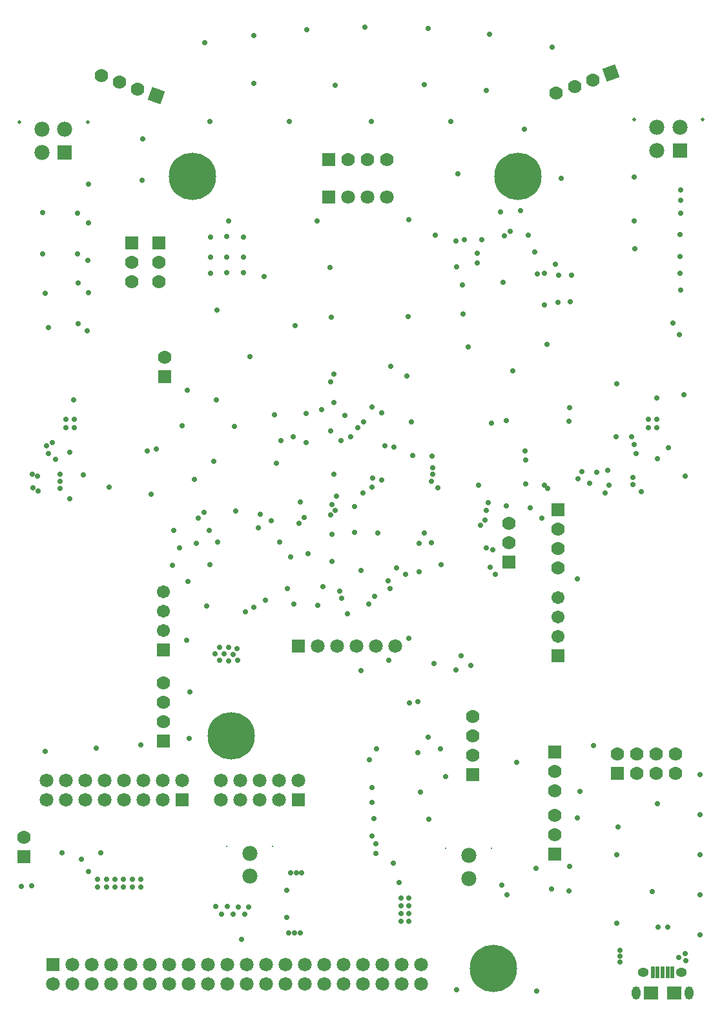
<source format=gbs>
G04*
G04 #@! TF.GenerationSoftware,Altium Limited,Altium Designer,20.1.12 (249)*
G04*
G04 Layer_Color=16711935*
%FSLAX25Y25*%
%MOIN*%
G70*
G04*
G04 #@! TF.SameCoordinates,8DF9F49D-D30B-48C0-AB84-75DE52E997E5*
G04*
G04*
G04 #@! TF.FilePolarity,Negative*
G04*
G01*
G75*
%ADD97R,0.06706X0.06706*%
%ADD98C,0.06706*%
%ADD99R,0.07000X0.07000*%
%ADD100C,0.07000*%
%ADD101O,0.04343X0.06902*%
%ADD102O,0.05721X0.04540*%
%ADD103C,0.00800*%
%ADD104C,0.07800*%
%ADD105R,0.07000X0.07000*%
%ADD106C,0.01968*%
%ADD107R,0.07800X0.07800*%
%ADD108C,0.24422*%
%ADD109C,0.07099*%
%ADD110R,0.07099X0.07099*%
%ADD111P,0.09900X4X245.0*%
%ADD112P,0.09900X4X205.0*%
G04:AMPARAMS|DCode=113|XSize=70.94mil|YSize=70.94mil|CornerRadius=35.47mil|HoleSize=0mil|Usage=FLASHONLY|Rotation=90.000|XOffset=0mil|YOffset=0mil|HoleType=Round|Shape=RoundedRectangle|*
%AMROUNDEDRECTD113*
21,1,0.07094,0.00000,0,0,90.0*
21,1,0.00000,0.07094,0,0,90.0*
1,1,0.07094,0.00000,0.00000*
1,1,0.07094,0.00000,0.00000*
1,1,0.07094,0.00000,0.00000*
1,1,0.07094,0.00000,0.00000*
%
%ADD113ROUNDEDRECTD113*%
%ADD114R,0.07094X0.07094*%
%ADD115C,0.02800*%
%ADD116C,0.02769*%
%ADD143R,0.07493X0.06706*%
%ADD144R,0.02375X0.06115*%
D97*
X124500Y186000D02*
D03*
X328000Y183000D02*
D03*
D98*
X124500Y196000D02*
D03*
Y206000D02*
D03*
Y216000D02*
D03*
X328000Y213000D02*
D03*
Y203000D02*
D03*
Y193000D02*
D03*
D99*
X302800Y231400D02*
D03*
X283900Y121700D02*
D03*
X108000Y396000D02*
D03*
X122000D02*
D03*
X125000Y327000D02*
D03*
X52500Y79400D02*
D03*
X326300Y133200D02*
D03*
Y80500D02*
D03*
X328100Y258200D02*
D03*
X124500Y139000D02*
D03*
D100*
X302800Y241400D02*
D03*
Y251400D02*
D03*
X219600Y438900D02*
D03*
X229600D02*
D03*
X239600D02*
D03*
X283900Y131700D02*
D03*
Y141700D02*
D03*
Y151700D02*
D03*
X108000Y376000D02*
D03*
Y386000D02*
D03*
X122000Y376000D02*
D03*
Y386000D02*
D03*
X388600Y132200D02*
D03*
Y122200D02*
D03*
X378600Y132200D02*
D03*
Y122200D02*
D03*
X368600Y132200D02*
D03*
Y122200D02*
D03*
X358600Y132200D02*
D03*
X125000Y337000D02*
D03*
X52500Y89400D02*
D03*
X326300Y123200D02*
D03*
Y113200D02*
D03*
Y90500D02*
D03*
Y100500D02*
D03*
X328100Y248200D02*
D03*
Y238200D02*
D03*
Y228200D02*
D03*
X345942Y480107D02*
D03*
X336545Y476686D02*
D03*
X327148Y473266D02*
D03*
X111181Y475386D02*
D03*
X101784Y478807D02*
D03*
X92387Y482227D02*
D03*
X124500Y169000D02*
D03*
Y159000D02*
D03*
Y149000D02*
D03*
D101*
X368220Y9000D02*
D03*
X395779D02*
D03*
D102*
X372158Y19630D02*
D03*
X391843D02*
D03*
D103*
X180811Y84700D02*
D03*
X157189D02*
D03*
X293811Y83511D02*
D03*
X270189D02*
D03*
D104*
X169000Y69189D02*
D03*
Y81000D02*
D03*
X282000Y68000D02*
D03*
Y79811D02*
D03*
X391000Y455611D02*
D03*
X379189Y443800D02*
D03*
Y455611D02*
D03*
X73511Y454511D02*
D03*
X61700Y442700D02*
D03*
Y454511D02*
D03*
D105*
X209600Y438900D02*
D03*
X358600Y122200D02*
D03*
D106*
X367378Y459548D02*
D03*
X402811D02*
D03*
X49889Y458448D02*
D03*
X85322D02*
D03*
D107*
X391000Y443800D02*
D03*
X73511Y442700D02*
D03*
D108*
X294700Y21500D02*
D03*
X159300Y141600D02*
D03*
X307500Y430200D02*
D03*
X139200D02*
D03*
D109*
X239800Y419700D02*
D03*
X229800D02*
D03*
X219800D02*
D03*
D110*
X209800D02*
D03*
D111*
X355339Y483527D02*
D03*
D112*
X120578Y471966D02*
D03*
D113*
X153950Y118610D02*
D03*
Y108610D02*
D03*
X163950Y118610D02*
D03*
Y108610D02*
D03*
X173950Y118610D02*
D03*
Y108610D02*
D03*
X183950Y118610D02*
D03*
Y108610D02*
D03*
X193950Y118610D02*
D03*
X257300Y13800D02*
D03*
Y23800D02*
D03*
X247300Y13800D02*
D03*
Y23800D02*
D03*
X237300Y13800D02*
D03*
Y23800D02*
D03*
X227300Y13800D02*
D03*
Y23800D02*
D03*
X217300Y13800D02*
D03*
Y23800D02*
D03*
X207300Y13800D02*
D03*
Y23800D02*
D03*
X197300Y13800D02*
D03*
Y23800D02*
D03*
X187300Y13800D02*
D03*
Y23800D02*
D03*
X177300Y13800D02*
D03*
Y23800D02*
D03*
X167300Y13800D02*
D03*
Y23800D02*
D03*
X157300Y13800D02*
D03*
Y23800D02*
D03*
X147300Y13800D02*
D03*
Y23800D02*
D03*
X137300Y13800D02*
D03*
Y23800D02*
D03*
X127300Y13800D02*
D03*
Y23800D02*
D03*
X117300Y13800D02*
D03*
Y23800D02*
D03*
X107300Y13800D02*
D03*
Y23800D02*
D03*
X97300Y13800D02*
D03*
Y23800D02*
D03*
X87300Y13800D02*
D03*
Y23800D02*
D03*
X77300Y13800D02*
D03*
Y23800D02*
D03*
X67300Y13800D02*
D03*
X243950Y187900D02*
D03*
X233950D02*
D03*
X223950D02*
D03*
X213950D02*
D03*
X203950D02*
D03*
X63950Y118610D02*
D03*
Y108610D02*
D03*
X73950Y118610D02*
D03*
Y108610D02*
D03*
X83950Y118610D02*
D03*
Y108610D02*
D03*
X93950Y118610D02*
D03*
Y108610D02*
D03*
X103950Y118610D02*
D03*
Y108610D02*
D03*
X113950Y118610D02*
D03*
Y108610D02*
D03*
X123950Y118610D02*
D03*
Y108610D02*
D03*
X133950Y118610D02*
D03*
D114*
X193950Y108610D02*
D03*
X67300Y23800D02*
D03*
X193950Y187900D02*
D03*
X133950Y108610D02*
D03*
D115*
X134100Y301700D02*
D03*
X393100Y317800D02*
D03*
X358200Y323400D02*
D03*
X344300Y272000D02*
D03*
X287100Y270900D02*
D03*
X313600Y259400D02*
D03*
X301500Y260300D02*
D03*
X188300Y217600D02*
D03*
X199025Y235637D02*
D03*
X257157Y112797D02*
D03*
X145200Y257100D02*
D03*
X215200Y216200D02*
D03*
X206700Y218700D02*
D03*
X312700Y400000D02*
D03*
X288700Y397800D02*
D03*
X303500Y402100D02*
D03*
X298500Y412000D02*
D03*
X300300Y399600D02*
D03*
X176200Y378600D02*
D03*
X197900Y293000D02*
D03*
X198000Y308000D02*
D03*
X191300Y296000D02*
D03*
X192500Y353400D02*
D03*
X165700Y399100D02*
D03*
X148700Y398900D02*
D03*
X206000Y310000D02*
D03*
X210708Y324292D02*
D03*
X165800Y380500D02*
D03*
X168900Y337400D02*
D03*
X165800Y388700D02*
D03*
X157100D02*
D03*
X148600Y388800D02*
D03*
X148700Y380300D02*
D03*
X157100Y380500D02*
D03*
X157000Y399300D02*
D03*
X263900Y178900D02*
D03*
X401400Y121500D02*
D03*
Y80250D02*
D03*
Y39000D02*
D03*
Y59625D02*
D03*
X376800Y61200D02*
D03*
X401400Y100875D02*
D03*
X379200Y106800D02*
D03*
X317000Y10000D02*
D03*
X275700Y10600D02*
D03*
X63400Y133800D02*
D03*
X89700Y135400D02*
D03*
X137700Y140200D02*
D03*
X138100Y164400D02*
D03*
X136500Y190900D02*
D03*
X137100Y221300D02*
D03*
X276300Y431800D02*
D03*
X329800Y429400D02*
D03*
X310600Y454500D02*
D03*
X272600Y458700D02*
D03*
X231600Y458800D02*
D03*
X290900Y474600D02*
D03*
X258900Y477500D02*
D03*
X212900Y477200D02*
D03*
X325100Y496900D02*
D03*
X292800Y503700D02*
D03*
X261000Y506500D02*
D03*
X228400Y507300D02*
D03*
X198200Y505900D02*
D03*
X171100Y503000D02*
D03*
X145600Y499400D02*
D03*
X171100Y478400D02*
D03*
X189300Y458600D02*
D03*
X148400D02*
D03*
X113800Y449600D02*
D03*
X113200Y428300D02*
D03*
X157900Y407300D02*
D03*
X210400Y383300D02*
D03*
X152100Y361400D02*
D03*
X151800Y315000D02*
D03*
X181600Y307200D02*
D03*
X322500Y343600D02*
D03*
X304800Y329900D02*
D03*
X281700Y342200D02*
D03*
X391300Y418100D02*
D03*
X391100Y400400D02*
D03*
X390900Y380400D02*
D03*
X387300Y354500D02*
D03*
X367800Y393000D02*
D03*
X367500Y407300D02*
D03*
X367400Y430100D02*
D03*
X64900Y352300D02*
D03*
X63200Y370000D02*
D03*
X80200Y375300D02*
D03*
Y354200D02*
D03*
X79900Y390300D02*
D03*
X61900Y390400D02*
D03*
X79900Y411400D02*
D03*
X61900Y411500D02*
D03*
X308700Y412700D02*
D03*
X299600Y375500D02*
D03*
X316100Y391200D02*
D03*
X286200Y390800D02*
D03*
X286300Y385770D02*
D03*
X270000Y120500D02*
D03*
X352400Y266900D02*
D03*
X354271Y271100D02*
D03*
X366800Y271400D02*
D03*
X319800Y254100D02*
D03*
X320900Y271100D02*
D03*
X316600Y73200D02*
D03*
X195000Y40000D02*
D03*
X164800Y36800D02*
D03*
X261400Y98800D02*
D03*
X370900Y267600D02*
D03*
X337900Y222500D02*
D03*
X244800Y228400D02*
D03*
X295800Y224900D02*
D03*
X292900Y228600D02*
D03*
X226203Y226900D02*
D03*
X368500Y287400D02*
D03*
X366700Y274900D02*
D03*
X155600Y183900D02*
D03*
X153400Y180600D02*
D03*
X151000Y183900D02*
D03*
X162800Y180700D02*
D03*
X157900Y180400D02*
D03*
Y187300D02*
D03*
X216300Y212500D02*
D03*
X146800Y208600D02*
D03*
X379200Y284629D02*
D03*
X353671Y278700D02*
D03*
X235100Y246400D02*
D03*
X236900Y273600D02*
D03*
X347900Y277700D02*
D03*
X212500Y313800D02*
D03*
X136700Y320100D02*
D03*
X140400Y274100D02*
D03*
X141500Y241000D02*
D03*
X184200Y241650D02*
D03*
X152434D02*
D03*
X147900Y247500D02*
D03*
X195100Y262300D02*
D03*
X197121Y254331D02*
D03*
X213700Y265200D02*
D03*
X211400Y261000D02*
D03*
X231900Y270000D02*
D03*
X232400Y274600D02*
D03*
X227200Y266900D02*
D03*
X291000Y238500D02*
D03*
X262600Y272900D02*
D03*
X266100Y269700D02*
D03*
X306600Y127887D02*
D03*
X293700Y303090D02*
D03*
X252385Y303500D02*
D03*
X311000Y288700D02*
D03*
X301200Y304300D02*
D03*
X294300Y237600D02*
D03*
X243350Y290700D02*
D03*
X238700Y291300D02*
D03*
X210600Y298900D02*
D03*
X120700Y289500D02*
D03*
X116000Y288500D02*
D03*
X150400Y283250D02*
D03*
X216000Y294000D02*
D03*
X224800Y300500D02*
D03*
X227600Y303800D02*
D03*
X132800Y238600D02*
D03*
X256231Y240969D02*
D03*
X259000Y246355D02*
D03*
X112548Y137048D02*
D03*
X241200Y217700D02*
D03*
X171100Y208000D02*
D03*
X194300Y251300D02*
D03*
X179900Y252500D02*
D03*
X190000Y234100D02*
D03*
X177100Y211500D02*
D03*
X191700Y209600D02*
D03*
X204000Y209000D02*
D03*
X333600Y303900D02*
D03*
X322600Y269267D02*
D03*
X333900Y310900D02*
D03*
X339300Y113000D02*
D03*
X301700Y59500D02*
D03*
X298900Y64700D02*
D03*
X333900Y74200D02*
D03*
X324700Y62800D02*
D03*
X337951Y99149D02*
D03*
X340350Y278000D02*
D03*
X338500Y274200D02*
D03*
X237000Y308200D02*
D03*
X231900Y311200D02*
D03*
X267400Y135100D02*
D03*
X251400Y158500D02*
D03*
X255800Y159300D02*
D03*
X260900Y140900D02*
D03*
X241600Y332300D02*
D03*
X212500Y328300D02*
D03*
X182700Y282400D02*
D03*
X161673Y257519D02*
D03*
X174500Y256100D02*
D03*
X218000Y307000D02*
D03*
X264800Y400000D02*
D03*
X279800Y397500D02*
D03*
X142250Y254100D02*
D03*
X211200Y245700D02*
D03*
X223000Y246800D02*
D03*
X129600Y247700D02*
D03*
X129100Y229500D02*
D03*
X148480Y230042D02*
D03*
X118100Y266400D02*
D03*
X75900Y263900D02*
D03*
X226200Y175400D02*
D03*
X234200Y134900D02*
D03*
X255800Y132900D02*
D03*
X230600Y129400D02*
D03*
X233443Y213600D02*
D03*
X240500Y221700D02*
D03*
X275500Y175500D02*
D03*
X278000Y183000D02*
D03*
X240700Y180800D02*
D03*
X394000Y25500D02*
D03*
X393800Y29300D02*
D03*
X390200Y27200D02*
D03*
X358200Y44900D02*
D03*
X219400Y204700D02*
D03*
X251100Y192000D02*
D03*
X166700Y205500D02*
D03*
X222900Y259900D02*
D03*
X173400Y249100D02*
D03*
X232100Y107400D02*
D03*
X233000Y99000D02*
D03*
X231900Y115100D02*
D03*
X249300Y224900D02*
D03*
X262700Y241300D02*
D03*
X256200Y226400D02*
D03*
X282900Y177900D02*
D03*
X230300Y209700D02*
D03*
X311500Y271600D02*
D03*
X311400Y284100D02*
D03*
X292100Y262000D02*
D03*
X291021Y257921D02*
D03*
X290500Y252900D02*
D03*
X288000Y250200D02*
D03*
X335000Y379400D02*
D03*
X279064Y359436D02*
D03*
X278700Y374300D02*
D03*
X275600Y383700D02*
D03*
X161000Y301300D02*
D03*
X211200Y231500D02*
D03*
X263200Y276600D02*
D03*
X212300D02*
D03*
X210600Y255500D02*
D03*
X212900Y257900D02*
D03*
X267600Y230000D02*
D03*
X263200Y280100D02*
D03*
X253100Y286400D02*
D03*
X263000Y286100D02*
D03*
X83000Y276350D02*
D03*
X71139Y276800D02*
D03*
X359000Y94700D02*
D03*
X358300Y80300D02*
D03*
X379600Y43100D02*
D03*
X384700D02*
D03*
X333600Y61800D02*
D03*
X346259Y136641D02*
D03*
X195800Y71000D02*
D03*
X193000D02*
D03*
X162400Y186700D02*
D03*
X153500Y187200D02*
D03*
X160200Y183800D02*
D03*
X250600Y358000D02*
D03*
X250000Y327300D02*
D03*
X211000Y357500D02*
D03*
X251000Y408100D02*
D03*
X203600Y407400D02*
D03*
X334300Y365800D02*
D03*
X328000Y365400D02*
D03*
X321100Y363900D02*
D03*
X321000Y380300D02*
D03*
X328200Y379400D02*
D03*
X317300Y380100D02*
D03*
X326700Y384900D02*
D03*
X275300Y397037D02*
D03*
X391200Y411300D02*
D03*
X391100Y389000D02*
D03*
X391200Y371600D02*
D03*
X390700Y348700D02*
D03*
X391300Y423400D02*
D03*
X185000Y294000D02*
D03*
X168200Y53400D02*
D03*
X166200Y49700D02*
D03*
X160300Y49800D02*
D03*
X154400Y49600D02*
D03*
X163000Y53400D02*
D03*
X157300Y53800D02*
D03*
X151500Y53700D02*
D03*
X76000Y288000D02*
D03*
X358000Y296000D02*
D03*
X85600Y370300D02*
D03*
X85500Y386900D02*
D03*
X85600Y406400D02*
D03*
Y426300D02*
D03*
X85000Y350700D02*
D03*
X67000Y293000D02*
D03*
X78000Y315000D02*
D03*
X64000Y291200D02*
D03*
X367300Y292000D02*
D03*
X221000Y296000D02*
D03*
X366000D02*
D03*
X68839Y284250D02*
D03*
X65169Y287150D02*
D03*
X59200Y275500D02*
D03*
X59800Y267900D02*
D03*
X56939Y269650D02*
D03*
X56839Y276750D02*
D03*
X96239Y269950D02*
D03*
X71139Y273050D02*
D03*
Y269450D02*
D03*
X379000Y316000D02*
D03*
X385000Y290300D02*
D03*
X393700Y275700D02*
D03*
X243000Y76000D02*
D03*
X246000Y66000D02*
D03*
X234000Y81000D02*
D03*
Y86000D02*
D03*
X232000Y90000D02*
D03*
X190000Y71000D02*
D03*
X192000Y40000D02*
D03*
X189000D02*
D03*
X188000Y48000D02*
D03*
Y62000D02*
D03*
X360000Y25000D02*
D03*
Y31000D02*
D03*
Y28000D02*
D03*
X251000Y46000D02*
D03*
X247000D02*
D03*
X251000Y50000D02*
D03*
X247000D02*
D03*
X251000Y54000D02*
D03*
X247000D02*
D03*
X251000Y58000D02*
D03*
X247000D02*
D03*
X51000Y64000D02*
D03*
X82000Y78000D02*
D03*
X56500Y64200D02*
D03*
X72000Y81400D02*
D03*
X90500Y63600D02*
D03*
X94940D02*
D03*
X99380D02*
D03*
X103820D02*
D03*
X108260D02*
D03*
X112700D02*
D03*
X112720Y67700D02*
D03*
X108280D02*
D03*
X103840D02*
D03*
X99400D02*
D03*
X94960D02*
D03*
X90520D02*
D03*
X92150Y81448D02*
D03*
X85850Y71648D02*
D03*
D116*
X78331Y300619D02*
D03*
X74000D02*
D03*
X78331Y304950D02*
D03*
X74000D02*
D03*
X374861D02*
D03*
X379191D02*
D03*
X374861Y300619D02*
D03*
X379191D02*
D03*
D143*
X387906Y9000D02*
D03*
X376095D02*
D03*
D144*
X387118Y19630D02*
D03*
X384559D02*
D03*
X382000D02*
D03*
X379441D02*
D03*
X376882D02*
D03*
M02*

</source>
